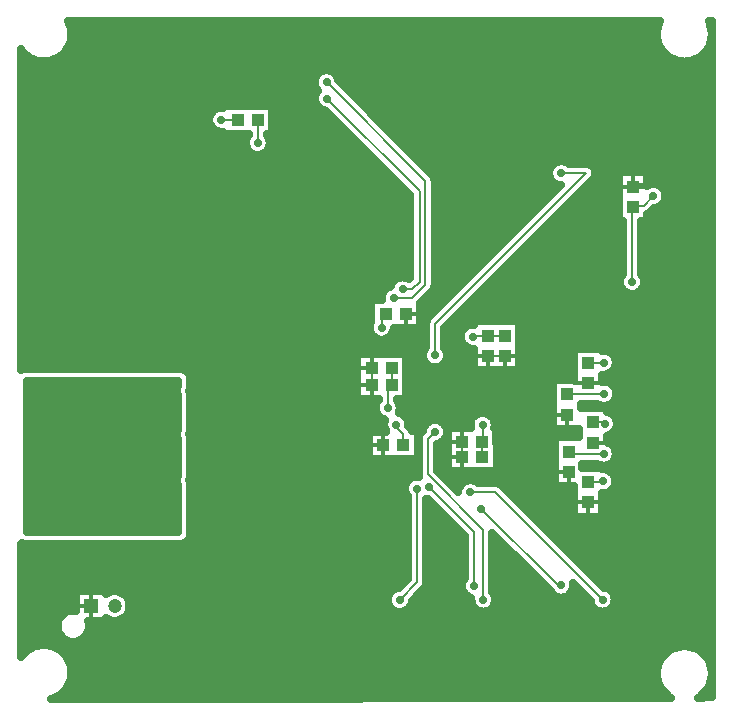
<source format=gbr>
G04 DipTrace 3.2.0.1*
G04 Bottom.gbr*
%MOIN*%
G04 #@! TF.FileFunction,Copper,L2,Bot*
G04 #@! TF.Part,Single*
G04 #@! TA.AperFunction,Conductor*
%ADD14C,0.007874*%
G04 #@! TA.AperFunction,ViaPad*
%ADD17C,0.027559*%
G04 #@! TA.AperFunction,CopperBalancing*
%ADD20C,0.025*%
%ADD21C,0.012992*%
%ADD24R,0.043307X0.03937*%
%ADD25R,0.03937X0.043307*%
G04 #@! TA.AperFunction,ComponentPad*
%ADD36R,0.047244X0.047244*%
%ADD37C,0.047244*%
G04 #@! TA.AperFunction,ViaPad*
%ADD49C,0.062992*%
%FSLAX26Y26*%
G04*
G70*
G90*
G75*
G01*
G04 Bottom*
%LPD*%
X1945921Y1644104D2*
D14*
X1949618Y1647801D1*
X1997301D1*
X1997344Y1647844D1*
X2053555D1*
X1676442Y1483272D2*
Y1539521D1*
Y1483272D2*
X1662416Y1469245D1*
Y1406500D1*
X1642731Y1674217D2*
Y1719096D1*
X1655789D1*
X1691471Y1350385D2*
X1685222D1*
X1714655Y1320951D1*
Y1281642D1*
X1978941Y1350385D2*
Y1294140D1*
X1977127D1*
X1977441Y1243780D2*
X1977127Y1244093D1*
Y1294140D1*
X1229458Y2365123D2*
Y2290146D1*
X1229409D1*
X1162529Y2365123D2*
X1161256Y2366396D1*
X1108306D1*
X1460478Y2437659D2*
X1768780Y2129357D1*
Y1826457D1*
X1743638Y1801315D1*
X1712196D1*
X1458642Y2492409D2*
Y2486160D1*
Y2492409D2*
X1788400Y2162651D1*
Y1815949D1*
X1745093Y1772642D1*
X1682101D1*
X1702850Y766579D2*
X1760906Y824634D1*
Y1137480D1*
X1800276Y1141417D2*
X1949882Y991811D1*
Y812677D1*
X1819961Y1326457D2*
X1796339Y1302835D1*
Y1184724D1*
X1981378Y999685D1*
Y767402D1*
X1973504Y1070551D2*
X2229409Y814646D1*
X2241220D1*
X1938071Y1125669D2*
X2020748D1*
X2379016Y767402D1*
X1609513Y1539521D2*
Y1483272D1*
X1647726Y1281642D2*
Y1337886D1*
X1910198Y1294140D2*
Y1350385D1*
X1997301Y1580871D2*
X1994942Y1578513D1*
X1948530D1*
X1997301Y1580871D2*
X1997344Y1580915D1*
X2053555D1*
X1910512Y1243780D2*
X1910198Y1244093D1*
Y1294140D1*
X2540433Y2211406D2*
Y2167475D1*
X2524685Y2151727D1*
X2481378D1*
Y2143853D1*
X2381450Y1161873D2*
X2378518Y1158941D1*
X2330353D1*
X2382786Y1253785D2*
X2380396Y1251395D1*
X2265377D1*
Y1259997D1*
X2386327Y1353062D2*
X2381341Y1358047D1*
X2346031D1*
X2383966Y1453378D2*
X2381997Y1451409D1*
X2259551D1*
X2382786Y1557234D2*
X2381904Y1556352D1*
X2331281D1*
X2481378Y2076924D2*
X2477441D1*
Y1826457D1*
X2548307Y2112980D2*
Y2112357D1*
X2516811Y2080861D1*
X2481378D1*
Y2076924D1*
X1820717Y1581711D2*
Y1685912D1*
X2323891Y2189087D1*
X2241156D1*
D17*
X1460478Y2437659D3*
X1682101Y1772642D3*
X1760906Y1137480D3*
X1800276Y1141417D3*
X1949882Y812677D3*
X1819961Y1326457D3*
X1981378Y767402D3*
X1973504Y1070551D3*
X2241220Y814646D3*
X1938071Y1125669D3*
X2379016Y767402D3*
X2477441Y1826457D3*
X2548307Y2112980D3*
X2241156Y2189087D3*
X1108306Y2366396D3*
X1229409Y2290146D3*
X1706538Y1652580D3*
X2386991Y1651437D3*
X1623110Y1436693D3*
X1458642Y2492409D3*
X2382786Y1557234D3*
X1647726Y1337886D3*
X1318370Y1699294D3*
X1945921Y1644104D3*
X1642731Y1674217D3*
X1978941Y1350385D3*
X1691471D3*
X1662416Y1406500D3*
X1820717Y1581711D3*
X1910198Y1350385D3*
X1948530Y1578513D3*
X1464891Y2604909D3*
X2540433Y2211406D3*
D49*
X497126Y1031181D3*
D17*
X2383966Y1453378D3*
X1434490Y1684903D3*
X1181640Y985314D3*
X1001063Y1464252D3*
X2497126Y2534240D3*
X2386327Y1353062D3*
X764843Y1672913D3*
D49*
X497126Y1235906D3*
Y1338268D3*
D17*
X2311433Y2335936D3*
D49*
X497126Y1436693D3*
Y1137480D3*
X926260Y1046929D3*
Y1251654D3*
Y1354016D3*
Y1452441D3*
Y1153228D3*
X819961Y1464252D3*
X705787D3*
X717598Y1046929D3*
D17*
X1001063Y1613858D3*
Y1318583D3*
Y1165039D3*
X1394140Y985314D3*
X2382786Y1253785D3*
X2381450Y1161873D3*
X1672941Y2378129D3*
X1195428Y2516720D3*
X798012Y2416031D3*
X579803Y1594173D3*
X1387245Y1700651D3*
X1702850Y766579D3*
X1712196Y1801315D3*
X1011564Y2456350D3*
X1749094Y1653228D3*
X1220152Y1938253D3*
X924833Y1941917D3*
X642705Y1943383D3*
X608772Y2670978D2*
D20*
X2559747D1*
X610459Y2646109D2*
X2558061D1*
X605220Y2621240D2*
X2563300D1*
X591512Y2596371D2*
X2577008D1*
X2726441D2*
X2741967D1*
X443561Y2571503D2*
X471754D1*
X561871D2*
X2606648D1*
X2696801D2*
X2741967D1*
X443561Y2546634D2*
X2741967D1*
X443561Y2521765D2*
X1428570D1*
X1488724D2*
X2741967D1*
X443561Y2496896D2*
X1416118D1*
X1501176D2*
X2741967D1*
X443561Y2472028D2*
X1421393D1*
X1524572D2*
X2741967D1*
X443561Y2447159D2*
X1418845D1*
X1549440D2*
X2741967D1*
X443561Y2422290D2*
X1420747D1*
X1574308D2*
X2741967D1*
X443561Y2397421D2*
X1080135D1*
X1280093D2*
X1455196D1*
X1599176D2*
X2741967D1*
X443561Y2372552D2*
X1065996D1*
X1280093D2*
X1480064D1*
X1624043D2*
X2741967D1*
X443561Y2347684D2*
X1070159D1*
X1280093D2*
X1504932D1*
X1648911D2*
X2741967D1*
X443561Y2322815D2*
X1111892D1*
X1280093D2*
X1529799D1*
X1673779D2*
X2741967D1*
X443561Y2297946D2*
X1187392D1*
X1271409D2*
X1554667D1*
X1698647D2*
X2741967D1*
X443561Y2273077D2*
X1190443D1*
X1268395D2*
X1579535D1*
X1723514D2*
X2741967D1*
X443561Y2248209D2*
X1604403D1*
X1748382D2*
X2741967D1*
X443561Y2223340D2*
X1629270D1*
X1773250D2*
X2217484D1*
X2264827D2*
X2741967D1*
X443561Y2198471D2*
X1654138D1*
X1798118D2*
X2199506D1*
X2355327D2*
X2741967D1*
X443561Y2173602D2*
X1679006D1*
X1819289D2*
X2201480D1*
X2352600D2*
X2432717D1*
X2530047D2*
X2741967D1*
X443561Y2148734D2*
X1703874D1*
X1821335D2*
X2238010D1*
X2329060D2*
X2432717D1*
X2569340D2*
X2741967D1*
X443561Y2123865D2*
X1728741D1*
X1821335D2*
X2213142D1*
X2304192D2*
X2432717D1*
X2589579D2*
X2741967D1*
X443561Y2098996D2*
X1735846D1*
X1821335D2*
X2188274D1*
X2279324D2*
X2432717D1*
X2588574D2*
X2741967D1*
X443561Y2074127D2*
X1735846D1*
X1821335D2*
X2163406D1*
X2254457D2*
X2432717D1*
X2561410D2*
X2741967D1*
X443561Y2049259D2*
X1735846D1*
X1821335D2*
X2138539D1*
X2229589D2*
X2432717D1*
X2530047D2*
X2741967D1*
X443561Y2024390D2*
X1735846D1*
X1821335D2*
X2113671D1*
X2204721D2*
X2444523D1*
X2510383D2*
X2741967D1*
X443561Y1999521D2*
X1735846D1*
X1821335D2*
X2088803D1*
X2179853D2*
X2444523D1*
X2510383D2*
X2741967D1*
X443561Y1974652D2*
X1735846D1*
X1821335D2*
X2063935D1*
X2154986D2*
X2444523D1*
X2510383D2*
X2741967D1*
X443561Y1949783D2*
X1735846D1*
X1821335D2*
X2039068D1*
X2130118D2*
X2444523D1*
X2510383D2*
X2741967D1*
X443561Y1924915D2*
X1735846D1*
X1821335D2*
X2014200D1*
X2105250D2*
X2444523D1*
X2510383D2*
X2741967D1*
X443561Y1900046D2*
X1735846D1*
X1821335D2*
X1989332D1*
X2080383D2*
X2444523D1*
X2510383D2*
X2741967D1*
X443561Y1875177D2*
X1735846D1*
X1821335D2*
X1964465D1*
X2055515D2*
X2444523D1*
X2510383D2*
X2741967D1*
X443561Y1850308D2*
X1735846D1*
X1821335D2*
X1939597D1*
X2030647D2*
X2442478D1*
X2512392D2*
X2741967D1*
X443561Y1825440D2*
X1677463D1*
X1821335D2*
X1914693D1*
X2005779D2*
X2434691D1*
X2520215D2*
X2741967D1*
X443561Y1800571D2*
X1650586D1*
X1817172D2*
X1889825D1*
X1980912D2*
X2444093D1*
X2510777D2*
X2741967D1*
X443561Y1775702D2*
X1639461D1*
X1793704D2*
X1864958D1*
X1956044D2*
X2741967D1*
X443561Y1750833D2*
X1605156D1*
X1773357D2*
X1840090D1*
X1931176D2*
X2741967D1*
X443561Y1725965D2*
X1605156D1*
X1773357D2*
X1815222D1*
X1906308D2*
X2741967D1*
X443561Y1701096D2*
X1605156D1*
X1773357D2*
X1791862D1*
X1881441D2*
X2741967D1*
X443561Y1676227D2*
X1600025D1*
X1773357D2*
X1787771D1*
X1856573D2*
X1919143D1*
X2102236D2*
X2741967D1*
X443561Y1651358D2*
X1607058D1*
X1678372D2*
X1787771D1*
X1853630D2*
X1903820D1*
X2102236D2*
X2741967D1*
X443561Y1626490D2*
X1787771D1*
X1853630D2*
X1907193D1*
X2102236D2*
X2741967D1*
X443561Y1601621D2*
X1783213D1*
X1858224D2*
X1948640D1*
X2102236D2*
X2282614D1*
X2379944D2*
X2741967D1*
X443561Y1576752D2*
X1558866D1*
X1727103D2*
X1778261D1*
X1863176D2*
X1948640D1*
X2102236D2*
X2282614D1*
X2420529D2*
X2741967D1*
X443561Y1551883D2*
X1558866D1*
X1727103D2*
X1791144D1*
X1850257D2*
X1948640D1*
X2102236D2*
X2282614D1*
X2425194D2*
X2741967D1*
X997649Y1527014D2*
X1558866D1*
X1727103D2*
X2282614D1*
X2411917D2*
X2741967D1*
X1005256Y1502146D2*
X1558866D1*
X1727103D2*
X2282614D1*
X2379944D2*
X2741967D1*
X1005256Y1477277D2*
X1558866D1*
X1727103D2*
X2210881D1*
X2418878D2*
X2741967D1*
X1005256Y1452408D2*
X1558866D1*
X1727103D2*
X2210881D1*
X2426737D2*
X2741967D1*
X1005256Y1427539D2*
X1625574D1*
X1699257D2*
X2210881D1*
X2417371D2*
X2741967D1*
X1005256Y1402671D2*
X1619833D1*
X1704998D2*
X2210881D1*
X2394692D2*
X2741967D1*
X1005256Y1377802D2*
X1631675D1*
X1723478D2*
X1946953D1*
X2010947D2*
X2210881D1*
X2420600D2*
X2741967D1*
X1005256Y1352933D2*
X1648791D1*
X1734172D2*
X1787125D1*
X1852805D2*
X1936260D1*
X2021640D2*
X2210881D1*
X2429105D2*
X2741967D1*
X1005256Y1328064D2*
X1655466D1*
X1746731D2*
X1776037D1*
X2027776D2*
X2297362D1*
X2420385D2*
X2741967D1*
X1005256Y1303196D2*
X1597082D1*
X2027776D2*
X2216694D1*
X2394692D2*
X2741967D1*
X1005256Y1278327D2*
X1597082D1*
X1829265D2*
X1859539D1*
X2028099D2*
X2216694D1*
X2417227D2*
X2741967D1*
X1005256Y1253458D2*
X1597082D1*
X1829265D2*
X1859539D1*
X2028099D2*
X2216694D1*
X2425553D2*
X2741967D1*
X1005256Y1228589D2*
X1763405D1*
X1829265D2*
X1859862D1*
X2028099D2*
X2216694D1*
X2416689D2*
X2741967D1*
X1005256Y1203720D2*
X1763405D1*
X1829265D2*
X1859862D1*
X2028099D2*
X2216694D1*
X2379047D2*
X2741967D1*
X1005256Y1178852D2*
X1763980D1*
X1847745D2*
X2216694D1*
X2420457D2*
X2741967D1*
X1005256Y1153983D2*
X1721672D1*
X1872613D2*
X1906942D1*
X2034379D2*
X2216694D1*
X2423435D2*
X2741967D1*
X1005256Y1129114D2*
X1719017D1*
X2062835D2*
X2281681D1*
X2407359D2*
X2741967D1*
X1005256Y1104245D2*
X1727988D1*
X2087703D2*
X2281681D1*
X2379047D2*
X2741967D1*
X1005256Y1079377D2*
X1727988D1*
X1793847D2*
X1816765D1*
X2112571D2*
X2281681D1*
X2379047D2*
X2741967D1*
X1005256Y1054508D2*
X1727988D1*
X1793847D2*
X1841669D1*
X2137438D2*
X2281681D1*
X2379047D2*
X2741967D1*
X1005256Y1029639D2*
X1727988D1*
X1793847D2*
X1866537D1*
X2162306D2*
X2741967D1*
X1005256Y1004770D2*
X1727988D1*
X1793847D2*
X1891404D1*
X2187174D2*
X2741967D1*
X1005221Y979902D2*
X1727988D1*
X1793847D2*
X1916272D1*
X2212042D2*
X2741967D1*
X984623Y955033D2*
X1727988D1*
X1793847D2*
X1916954D1*
X2014320D2*
X2043481D1*
X2236909D2*
X2741967D1*
X443561Y930164D2*
X1727988D1*
X1793847D2*
X1916954D1*
X2014320D2*
X2068349D1*
X2261777D2*
X2741967D1*
X443561Y905295D2*
X1727988D1*
X1793847D2*
X1916954D1*
X2014320D2*
X2093217D1*
X2286645D2*
X2741967D1*
X443561Y880427D2*
X1727988D1*
X1793847D2*
X1916954D1*
X2014320D2*
X2118085D1*
X2311513D2*
X2741967D1*
X443561Y855558D2*
X1727988D1*
X1793847D2*
X1916954D1*
X2014320D2*
X2142952D1*
X2336380D2*
X2741967D1*
X443561Y830689D2*
X1721421D1*
X1793847D2*
X1911356D1*
X2014320D2*
X2167820D1*
X2361248D2*
X2741967D1*
X443561Y805820D2*
X1691314D1*
X1787316D2*
X1907696D1*
X2014320D2*
X2192688D1*
X2393580D2*
X2741967D1*
X443561Y780951D2*
X620781D1*
X790490D2*
X1662714D1*
X1762772D2*
X1922588D1*
X2021820D2*
X2216659D1*
X2265760D2*
X2319933D1*
X2419452D2*
X2741967D1*
X443561Y756083D2*
X620781D1*
X803695D2*
X1661458D1*
X1744219D2*
X1940243D1*
X2022537D2*
X2337875D1*
X2420170D2*
X2741967D1*
X443561Y731214D2*
X620781D1*
X802547D2*
X1681087D1*
X1724627D2*
X1961199D1*
X2001545D2*
X2358832D1*
X2399178D2*
X2741967D1*
X443561Y706345D2*
X567601D1*
X785358D2*
X2741967D1*
X443561Y681476D2*
X559886D1*
X668770D2*
X2741967D1*
X443561Y656608D2*
X564909D1*
X663783D2*
X2741967D1*
X443561Y631739D2*
X590136D1*
X638520D2*
X2741967D1*
X443561Y606870D2*
X474410D1*
X559216D2*
X2618705D1*
X2684708D2*
X2741967D1*
X590471Y582001D2*
X2581421D1*
X2722028D2*
X2741967D1*
X604717Y557133D2*
X2565417D1*
X610351Y532264D2*
X2558563D1*
X609023Y507395D2*
X2558814D1*
X600375Y482526D2*
X2566206D1*
X581428Y457657D2*
X2583108D1*
X2720305D2*
X2741967D1*
X1563205Y1585698D2*
X1724588D1*
Y1437094D1*
X1692830D1*
X1693039Y1432654D1*
X1696753Y1427542D1*
X1699622Y1421911D1*
X1701575Y1415901D1*
X1702564Y1409660D1*
Y1403340D1*
X1701575Y1397099D1*
X1699622Y1391089D1*
X1699090Y1389933D1*
X1703916Y1388685D1*
X1709754Y1386267D1*
X1715142Y1382965D1*
X1719947Y1378861D1*
X1724052Y1374056D1*
X1727353Y1368667D1*
X1729772Y1362829D1*
X1731247Y1356684D1*
X1731743Y1350385D1*
X1731597Y1347041D1*
X1737793Y1340714D1*
X1740600Y1336851D1*
X1742768Y1332596D1*
X1744245Y1328046D1*
X1762801Y1327819D1*
Y1235464D1*
X1599580D1*
Y1327819D1*
X1658122D1*
X1655589Y1332102D1*
X1653171Y1337940D1*
X1651695Y1344085D1*
X1651199Y1350385D1*
X1651695Y1356684D1*
X1653171Y1362829D1*
X1654798Y1366951D1*
X1649971Y1368199D1*
X1644133Y1370618D1*
X1638745Y1373920D1*
X1633940Y1378024D1*
X1629836Y1382829D1*
X1626534Y1388217D1*
X1624115Y1394055D1*
X1622640Y1400200D1*
X1622144Y1406500D1*
X1622640Y1412800D1*
X1624115Y1418945D1*
X1626534Y1424783D1*
X1629836Y1430171D1*
X1631986Y1432863D1*
X1631987Y1437109D1*
X1561368Y1437094D1*
X1561367Y1585698D1*
X1563205D1*
X1770864Y1755376D2*
Y1672919D1*
X1683014D1*
X1682507Y1667917D1*
X1681032Y1661772D1*
X1678613Y1655934D1*
X1675311Y1650545D1*
X1671207Y1645740D1*
X1666402Y1641636D1*
X1661014Y1638334D1*
X1655176Y1635916D1*
X1649031Y1634441D1*
X1642731Y1633945D1*
X1636431Y1634441D1*
X1630286Y1635916D1*
X1624448Y1638334D1*
X1619060Y1641636D1*
X1614255Y1645740D1*
X1610151Y1650545D1*
X1606849Y1655934D1*
X1604430Y1661772D1*
X1602955Y1667917D1*
X1602459Y1674217D1*
X1602955Y1680516D1*
X1604430Y1686661D1*
X1606849Y1692499D1*
X1607639Y1693911D1*
X1607643Y1765273D1*
X1642487D1*
X1641829Y1772642D1*
X1642325Y1778942D1*
X1643800Y1785086D1*
X1646219Y1790925D1*
X1649521Y1796313D1*
X1653625Y1801118D1*
X1658430Y1805222D1*
X1663818Y1808524D1*
X1669656Y1810942D1*
X1673342Y1811928D1*
X1674989Y1816726D1*
X1677858Y1822357D1*
X1681573Y1827469D1*
X1686041Y1831938D1*
X1691154Y1835652D1*
X1696784Y1838521D1*
X1702794Y1840474D1*
X1709036Y1841462D1*
X1715355D1*
X1721597Y1840474D1*
X1727607Y1838521D1*
X1733237Y1835652D1*
X1734254Y1834973D1*
X1738335Y1839046D1*
X1738350Y2116724D1*
X1457619Y2397484D1*
X1451076Y2398500D1*
X1445066Y2400453D1*
X1439436Y2403322D1*
X1434323Y2407036D1*
X1429855Y2411504D1*
X1426140Y2416617D1*
X1423272Y2422247D1*
X1421319Y2428258D1*
X1420330Y2434499D1*
Y2440818D1*
X1421319Y2447060D1*
X1423272Y2453070D1*
X1426140Y2458701D1*
X1430064Y2464040D1*
X1426061Y2468738D1*
X1422759Y2474127D1*
X1420341Y2479965D1*
X1418866Y2486110D1*
X1418370Y2492409D1*
X1418866Y2498709D1*
X1420341Y2504854D1*
X1422759Y2510692D1*
X1426061Y2516081D1*
X1430165Y2520886D1*
X1434971Y2524990D1*
X1440359Y2528292D1*
X1446197Y2530710D1*
X1452342Y2532185D1*
X1458642Y2532681D1*
X1464942Y2532185D1*
X1471086Y2530710D1*
X1476925Y2528292D1*
X1482313Y2524990D1*
X1487118Y2520886D1*
X1491222Y2516081D1*
X1494524Y2510692D1*
X1496942Y2504854D1*
X1498418Y2498709D1*
X1498800Y2495285D1*
X1811539Y2182413D1*
X1814345Y2178550D1*
X1816513Y2174296D1*
X1817989Y2169754D1*
X1818736Y2165038D1*
X1818830Y2089160D1*
X1818736Y1813561D1*
X1817989Y1808845D1*
X1816513Y1804304D1*
X1814345Y1800050D1*
X1811539Y1796187D1*
X1770858Y1755373D1*
X1863890Y1340317D2*
X1939943D1*
X1938793Y1347225D1*
Y1353544D1*
X1939782Y1359786D1*
X1941735Y1365796D1*
X1944604Y1371426D1*
X1948318Y1376539D1*
X1952787Y1381007D1*
X1957899Y1384722D1*
X1963530Y1387591D1*
X1969540Y1389543D1*
X1975781Y1390532D1*
X1982101D1*
X1988342Y1389543D1*
X1994352Y1387591D1*
X1999983Y1384722D1*
X2005095Y1381007D1*
X2009564Y1376539D1*
X2013278Y1371426D1*
X2016147Y1365796D1*
X2018100Y1359786D1*
X2019088Y1353544D1*
Y1347225D1*
X2017909Y1340306D1*
X2025273Y1340317D1*
Y1289972D1*
X2025587Y1289956D1*
Y1197602D1*
X1862366D1*
Y1247962D1*
X1862053Y1247963D1*
Y1340317D1*
X1863890D1*
X2099732Y1599700D2*
Y1532769D1*
X1951124Y1532726D1*
Y1604171D1*
X1945921Y1603832D1*
X1939621Y1604328D1*
X1933477Y1605803D1*
X1927638Y1608221D1*
X1922250Y1611523D1*
X1917445Y1615627D1*
X1913341Y1620433D1*
X1910039Y1625821D1*
X1907621Y1631659D1*
X1906145Y1637804D1*
X1905650Y1644104D1*
X1906145Y1650404D1*
X1907621Y1656548D1*
X1910039Y1662387D1*
X1913341Y1667775D1*
X1917445Y1672580D1*
X1922250Y1676684D1*
X1927638Y1679986D1*
X1933477Y1682404D1*
X1939621Y1683880D1*
X1945921Y1684375D1*
X1951129Y1684009D1*
X1951124Y1695946D1*
X2099732Y1695989D1*
X2099697Y1599698D1*
X625112Y796044D2*
X723503D1*
Y787066D1*
X729377Y790583D1*
X736642Y793592D1*
X744289Y795428D1*
X752129Y796045D1*
X759968Y795428D1*
X767615Y793592D1*
X774880Y790583D1*
X781585Y786474D1*
X787565Y781367D1*
X792672Y775387D1*
X796781Y768682D1*
X799790Y761417D1*
X801626Y753770D1*
X802243Y745930D1*
X801626Y738091D1*
X799790Y730444D1*
X796781Y723179D1*
X792672Y716474D1*
X787565Y710494D1*
X781585Y705387D1*
X774880Y701278D1*
X767615Y698269D1*
X759968Y696433D1*
X752129Y695816D1*
X744289Y696433D1*
X736642Y698269D1*
X729377Y701278D1*
X723503Y704832D1*
Y695816D1*
X663540D1*
X665694Y687136D1*
X666335Y679001D1*
X665694Y670867D1*
X663790Y662932D1*
X660667Y655393D1*
X656403Y648436D1*
X651104Y642231D1*
X644899Y636931D1*
X637941Y632668D1*
X630403Y629545D1*
X622468Y627640D1*
X614333Y627000D1*
X606199Y627640D1*
X598264Y629545D1*
X590725Y632668D1*
X583768Y636931D1*
X577563Y642231D1*
X572263Y648436D1*
X568000Y655393D1*
X564877Y662932D1*
X562972Y670867D1*
X562332Y679001D1*
X562972Y687136D1*
X564877Y695071D1*
X568000Y702609D1*
X572263Y709567D1*
X577563Y715772D1*
X583768Y721071D1*
X590725Y725335D1*
X598264Y728457D1*
X606199Y730362D1*
X614333Y731003D1*
X622468Y730362D1*
X623266Y730204D1*
X623275Y796044D1*
X625112D1*
X2376530Y1110797D2*
Y1043866D1*
X2284176D1*
X2283995Y1144922D1*
X2219200D1*
X2219199Y1308143D1*
X2299831D1*
X2299854Y1336336D1*
X2213374Y1336335D1*
Y1499555D1*
X2285107D1*
X2285104Y1604497D1*
X2377458D1*
Y1597141D1*
X2382786Y1597505D1*
X2389086Y1597009D1*
X2395231Y1595534D1*
X2401069Y1593116D1*
X2406457Y1589814D1*
X2411262Y1585710D1*
X2415367Y1580905D1*
X2418668Y1575517D1*
X2421087Y1569678D1*
X2422562Y1563533D1*
X2423058Y1557234D1*
X2422562Y1550934D1*
X2421087Y1544789D1*
X2418668Y1538951D1*
X2415367Y1533563D1*
X2411262Y1528757D1*
X2406457Y1524653D1*
X2401069Y1521351D1*
X2395231Y1518933D1*
X2389086Y1517458D1*
X2382786Y1516962D1*
X2377455Y1517343D1*
X2377458Y1493122D1*
X2383966Y1493650D1*
X2390266Y1493154D1*
X2396411Y1491679D1*
X2402249Y1489260D1*
X2407637Y1485958D1*
X2412442Y1481854D1*
X2416546Y1477049D1*
X2419848Y1471661D1*
X2422266Y1465823D1*
X2423742Y1459678D1*
X2424238Y1453378D1*
X2423742Y1447078D1*
X2422266Y1440933D1*
X2419848Y1435095D1*
X2416546Y1429707D1*
X2412442Y1424902D1*
X2407637Y1420798D1*
X2402249Y1417496D1*
X2396411Y1415077D1*
X2390266Y1413602D1*
X2383966Y1413106D1*
X2377666Y1413602D1*
X2371521Y1415077D1*
X2365683Y1417496D1*
X2360072Y1420973D1*
X2305743Y1420980D1*
X2305728Y1406187D1*
X2392209Y1406193D1*
Y1392880D1*
X2398771Y1391362D1*
X2404610Y1388944D1*
X2409998Y1385642D1*
X2414803Y1381538D1*
X2418907Y1376733D1*
X2422209Y1371345D1*
X2424627Y1365506D1*
X2426103Y1359362D1*
X2426598Y1353062D1*
X2426103Y1346762D1*
X2424627Y1340617D1*
X2422209Y1334779D1*
X2418907Y1329391D1*
X2414803Y1324585D1*
X2409998Y1320481D1*
X2404610Y1317179D1*
X2398771Y1314761D1*
X2392197Y1313235D1*
X2392209Y1292937D1*
X2398197Y1290991D1*
X2403828Y1288122D1*
X2408940Y1284408D1*
X2413409Y1279939D1*
X2417123Y1274827D1*
X2419992Y1269196D1*
X2421945Y1263186D1*
X2422934Y1256944D1*
Y1250625D1*
X2421945Y1244384D1*
X2419992Y1238373D1*
X2417123Y1232743D1*
X2413409Y1227630D1*
X2408940Y1223162D1*
X2403828Y1219448D1*
X2398197Y1216579D1*
X2392187Y1214626D1*
X2385946Y1213637D1*
X2379626D1*
X2373385Y1214626D1*
X2367375Y1216579D1*
X2361744Y1219448D1*
X2359474Y1220964D1*
X2311535Y1220966D1*
X2311735Y1207086D1*
X2376530D1*
Y1201811D1*
X2381450Y1202144D1*
X2387750Y1201649D1*
X2393895Y1200173D1*
X2399733Y1197755D1*
X2405121Y1194453D1*
X2409926Y1190349D1*
X2414031Y1185544D1*
X2417332Y1180156D1*
X2419751Y1174317D1*
X2421226Y1168173D1*
X2421722Y1161873D1*
X2421226Y1155573D1*
X2419751Y1149428D1*
X2417332Y1143590D1*
X2414031Y1138202D1*
X2409926Y1133396D1*
X2405121Y1129292D1*
X2399733Y1125990D1*
X2393895Y1123572D1*
X2387750Y1122097D1*
X2381450Y1121601D1*
X2376536Y1121933D1*
X2376495Y1110795D1*
X1190499Y2411300D2*
X1277604D1*
Y2318946D1*
X1259913D1*
X1260032Y2316300D1*
X1263747Y2311188D1*
X1266616Y2305557D1*
X1268568Y2299547D1*
X1269557Y2293305D1*
Y2286986D1*
X1268568Y2280744D1*
X1266616Y2274734D1*
X1263747Y2269104D1*
X1260032Y2263991D1*
X1255564Y2259523D1*
X1250451Y2255808D1*
X1244821Y2252940D1*
X1238811Y2250987D1*
X1232569Y2249998D1*
X1226250D1*
X1220008Y2250987D1*
X1213998Y2252940D1*
X1208368Y2255808D1*
X1203255Y2259523D1*
X1198787Y2263991D1*
X1195072Y2269104D1*
X1192203Y2274734D1*
X1190251Y2280744D1*
X1189262Y2286986D1*
Y2293305D1*
X1190251Y2299547D1*
X1192203Y2305557D1*
X1195072Y2311188D1*
X1199030Y2316563D1*
X1199029Y2318961D1*
X1114383Y2318946D1*
Y2326589D1*
X1108306Y2326125D1*
X1102006Y2326620D1*
X1095861Y2328096D1*
X1090023Y2330514D1*
X1084635Y2333816D1*
X1079829Y2337920D1*
X1075725Y2342725D1*
X1072423Y2348113D1*
X1070005Y2353952D1*
X1068530Y2360096D1*
X1068034Y2366396D1*
X1068530Y2372696D1*
X1070005Y2378841D1*
X1072423Y2384679D1*
X1075725Y2390067D1*
X1079829Y2394873D1*
X1084635Y2398977D1*
X1090023Y2402279D1*
X1095861Y2404697D1*
X1102006Y2406172D1*
X1108306Y2406668D1*
X1114373Y2406200D1*
X1114383Y2411300D1*
X1190499D1*
X2437038Y2191999D2*
X2527555D1*
Y2147495D1*
X2532896Y2150186D1*
X2538906Y2152139D1*
X2545147Y2153128D1*
X2551467D1*
X2557708Y2152139D1*
X2563718Y2150186D1*
X2569349Y2147318D1*
X2574461Y2143603D1*
X2578930Y2139135D1*
X2582644Y2134022D1*
X2585513Y2128392D1*
X2587466Y2122382D1*
X2588455Y2116140D1*
Y2109821D1*
X2587466Y2103579D1*
X2585513Y2097569D1*
X2582644Y2091938D1*
X2578930Y2086826D1*
X2574461Y2082358D1*
X2569349Y2078643D1*
X2563718Y2075774D1*
X2557708Y2073821D1*
X2551872Y2072881D1*
X2536573Y2057722D1*
X2532710Y2054916D1*
X2528447Y2052745D1*
X2527555Y2051579D1*
Y2028778D1*
X2507855D1*
X2507870Y1852827D1*
X2511778Y1847499D1*
X2514647Y1841868D1*
X2516600Y1835858D1*
X2517588Y1829616D1*
Y1823297D1*
X2516600Y1817055D1*
X2514647Y1811045D1*
X2511778Y1805415D1*
X2508064Y1800302D1*
X2503595Y1795834D1*
X2498483Y1792119D1*
X2492852Y1789251D1*
X2486842Y1787298D1*
X2480601Y1786309D1*
X2474281D1*
X2468040Y1787298D1*
X2462030Y1789251D1*
X2456399Y1792119D1*
X2451287Y1795834D1*
X2446818Y1800302D1*
X2443104Y1805415D1*
X2440235Y1811045D1*
X2438282Y1817055D1*
X2437293Y1823297D1*
Y1829616D1*
X2438282Y1835858D1*
X2440235Y1841868D1*
X2443104Y1847499D1*
X2447011Y1852820D1*
X2447012Y2028808D1*
X2435201Y2028778D1*
Y2191999D1*
X2437038D1*
X607901Y2645181D2*
X607057Y2638057D1*
X605658Y2631020D1*
X603710Y2624115D1*
X601227Y2617384D1*
X598224Y2610869D1*
X594718Y2604609D1*
X590732Y2598644D1*
X586290Y2593009D1*
X581420Y2587741D1*
X576152Y2582871D1*
X570518Y2578429D1*
X564552Y2574443D1*
X558293Y2570938D1*
X551777Y2567934D1*
X545046Y2565451D1*
X538141Y2563504D1*
X531105Y2562104D1*
X523980Y2561261D1*
X516811Y2560979D1*
X509642Y2561261D1*
X502517Y2562104D1*
X495481Y2563504D1*
X488576Y2565451D1*
X481845Y2567934D1*
X475329Y2570938D1*
X469070Y2574443D1*
X463104Y2578429D1*
X457470Y2582871D1*
X452202Y2587741D1*
X447332Y2593009D1*
X441037Y2601417D1*
X441043Y1533821D1*
X446620Y1534837D1*
X558934Y1534919D1*
X978336Y1534837D1*
X982442Y1534187D1*
X986395Y1532902D1*
X990099Y1531015D1*
X993463Y1528571D1*
X996402Y1525632D1*
X998846Y1522269D1*
X1000733Y1518565D1*
X1002017Y1514611D1*
X1002668Y1510505D1*
X1002749Y1398190D1*
X1002668Y978789D1*
X1002017Y974683D1*
X1000733Y970729D1*
X998846Y967025D1*
X996402Y963662D1*
X993463Y960723D1*
X990099Y958279D1*
X986395Y956392D1*
X982442Y955107D1*
X978336Y954457D1*
X866021Y954375D1*
X446620Y954457D1*
X442506Y955109D1*
X441043Y953753D1*
Y575713D1*
X447332Y584021D1*
X452202Y589289D1*
X457470Y594159D1*
X463104Y598601D1*
X469070Y602587D1*
X475329Y606092D1*
X481845Y609096D1*
X488576Y611579D1*
X495481Y613527D1*
X502517Y614926D1*
X509642Y615770D1*
X516811Y616051D1*
X523980Y615770D1*
X531105Y614926D1*
X538141Y613527D1*
X545046Y611579D1*
X551777Y609096D1*
X558293Y606092D1*
X564552Y602587D1*
X570518Y598601D1*
X576152Y594159D1*
X581420Y589289D1*
X586290Y584021D1*
X590732Y578387D1*
X594718Y572421D1*
X598224Y566162D1*
X601227Y559646D1*
X603710Y552915D1*
X605658Y546010D1*
X607057Y538973D1*
X607901Y531849D1*
X608182Y524680D1*
X607901Y517511D1*
X607057Y510386D1*
X605658Y503350D1*
X603710Y496444D1*
X601227Y489713D1*
X598224Y483198D1*
X594718Y476938D1*
X590732Y470973D1*
X586290Y465339D1*
X581420Y460070D1*
X576152Y455200D1*
X570518Y450759D1*
X564552Y446773D1*
X558293Y443267D1*
X551777Y440264D1*
X545046Y437780D1*
X538749Y435881D1*
X2607214Y440952D1*
X2598010Y446822D1*
X2592376Y451263D1*
X2587107Y456133D1*
X2582237Y461402D1*
X2577796Y467036D1*
X2573810Y473001D1*
X2570304Y479261D1*
X2567300Y485776D1*
X2564817Y492507D1*
X2562870Y499413D1*
X2561470Y506449D1*
X2560627Y513574D1*
X2560345Y520743D1*
X2560627Y527912D1*
X2561470Y535036D1*
X2562870Y542073D1*
X2564817Y548978D1*
X2567300Y555709D1*
X2570304Y562225D1*
X2573810Y568484D1*
X2577796Y574450D1*
X2582237Y580084D1*
X2587107Y585352D1*
X2592376Y590222D1*
X2598010Y594664D1*
X2603975Y598650D1*
X2610235Y602155D1*
X2616750Y605159D1*
X2623481Y607642D1*
X2630386Y609590D1*
X2637423Y610989D1*
X2644548Y611833D1*
X2651717Y612114D1*
X2658885Y611833D1*
X2666010Y610989D1*
X2673047Y609590D1*
X2679952Y607642D1*
X2686683Y605159D1*
X2693198Y602155D1*
X2699458Y598650D1*
X2705423Y594664D1*
X2711058Y590222D1*
X2716326Y585352D1*
X2721196Y580084D1*
X2725638Y574450D1*
X2729623Y568484D1*
X2733129Y562225D1*
X2736133Y555709D1*
X2738616Y548978D1*
X2740563Y542073D1*
X2741963Y535036D1*
X2742806Y527912D1*
X2743088Y520743D1*
X2742806Y513574D1*
X2741963Y506449D1*
X2740563Y499413D1*
X2738616Y492507D1*
X2736133Y485776D1*
X2733129Y479261D1*
X2729623Y473001D1*
X2725638Y467036D1*
X2721196Y461402D1*
X2716326Y456133D1*
X2711058Y451263D1*
X2705423Y446822D1*
X2696499Y441179D1*
X2744435Y441288D1*
X2744468Y2695874D1*
X2732101Y2695846D1*
X2736133Y2687317D1*
X2738616Y2680586D1*
X2740563Y2673681D1*
X2741963Y2666644D1*
X2742806Y2659519D1*
X2743088Y2652350D1*
X2742806Y2645181D1*
X2741963Y2638057D1*
X2740563Y2631020D1*
X2738616Y2624115D1*
X2736133Y2617384D1*
X2733129Y2610869D1*
X2729623Y2604609D1*
X2725638Y2598644D1*
X2721196Y2593009D1*
X2716326Y2587741D1*
X2711058Y2582871D1*
X2705423Y2578429D1*
X2699458Y2574443D1*
X2693198Y2570938D1*
X2686683Y2567934D1*
X2679952Y2565451D1*
X2673047Y2563504D1*
X2666010Y2562104D1*
X2658885Y2561261D1*
X2651717Y2560979D1*
X2644548Y2561261D1*
X2637423Y2562104D1*
X2630386Y2563504D1*
X2623481Y2565451D1*
X2616750Y2567934D1*
X2610235Y2570938D1*
X2603975Y2574443D1*
X2598010Y2578429D1*
X2592376Y2582871D1*
X2587107Y2587741D1*
X2582237Y2593009D1*
X2577796Y2598644D1*
X2573810Y2604609D1*
X2570304Y2610869D1*
X2567300Y2617384D1*
X2564817Y2624115D1*
X2562870Y2631020D1*
X2561470Y2638057D1*
X2560627Y2645181D1*
X2560345Y2652350D1*
X2560627Y2659519D1*
X2561470Y2666644D1*
X2562870Y2673681D1*
X2564817Y2680586D1*
X2567300Y2687317D1*
X2571441Y2695862D1*
X597135Y2695846D1*
X601227Y2687317D1*
X603710Y2680586D1*
X605658Y2673681D1*
X607057Y2666644D1*
X607901Y2659519D1*
X608182Y2652350D1*
X607901Y2645181D1*
X1860864Y1578552D2*
X1859875Y1572310D1*
X1857923Y1566300D1*
X1855054Y1560669D1*
X1851339Y1555557D1*
X1846871Y1551088D1*
X1841758Y1547374D1*
X1836128Y1544505D1*
X1830118Y1542552D1*
X1823876Y1541564D1*
X1817557D1*
X1811315Y1542552D1*
X1805305Y1544505D1*
X1799675Y1547374D1*
X1794562Y1551088D1*
X1790094Y1555557D1*
X1786379Y1560669D1*
X1783510Y1566300D1*
X1781558Y1572310D1*
X1780569Y1578552D1*
Y1584871D1*
X1781558Y1591113D1*
X1783510Y1597123D1*
X1786379Y1602753D1*
X1790287Y1608074D1*
X1790381Y1688300D1*
X1791128Y1693016D1*
X1792604Y1697557D1*
X1794771Y1701811D1*
X1797578Y1705674D1*
X1851166Y1759395D1*
X2240580Y2148809D1*
X2234856Y2149311D1*
X2228712Y2150786D1*
X2222873Y2153204D1*
X2217485Y2156506D1*
X2212680Y2160610D1*
X2208576Y2165416D1*
X2205274Y2170804D1*
X2202856Y2176642D1*
X2201380Y2182787D1*
X2200885Y2189087D1*
X2201380Y2195386D1*
X2202856Y2201531D1*
X2205274Y2207370D1*
X2208576Y2212758D1*
X2212680Y2217563D1*
X2217485Y2221667D1*
X2222873Y2224969D1*
X2228712Y2227387D1*
X2234856Y2228862D1*
X2241156Y2229358D1*
X2247456Y2228862D1*
X2253601Y2227387D1*
X2259439Y2224969D1*
X2264827Y2221667D1*
X2267519Y2219517D1*
X2326279Y2219422D1*
X2330995Y2218675D1*
X2335536Y2217200D1*
X2339790Y2215032D1*
X2343653Y2212225D1*
X2347030Y2208849D1*
X2349836Y2204986D1*
X2352004Y2200731D1*
X2353480Y2196190D1*
X2354226Y2191474D1*
Y2186699D1*
X2353480Y2181983D1*
X2352004Y2177442D1*
X2349836Y2173187D1*
X2347030Y2169324D1*
X2293442Y2115604D1*
X1851149Y1673311D1*
X1851339Y1607866D1*
X1855054Y1602753D1*
X1857923Y1597123D1*
X1859875Y1591113D1*
X1860864Y1584871D1*
Y1578552D1*
X1743009Y763703D2*
X1742009Y757178D1*
X1740057Y751167D1*
X1737188Y745537D1*
X1733473Y740424D1*
X1729005Y735956D1*
X1723892Y732242D1*
X1718262Y729373D1*
X1712252Y727420D1*
X1706010Y726431D1*
X1699691D1*
X1693449Y727420D1*
X1687439Y729373D1*
X1681809Y732242D1*
X1676696Y735956D1*
X1672228Y740424D1*
X1668513Y745537D1*
X1665644Y751167D1*
X1663691Y757178D1*
X1662703Y763419D1*
Y769738D1*
X1663691Y775980D1*
X1665644Y781990D1*
X1668513Y787621D1*
X1672228Y792733D1*
X1676696Y797202D1*
X1681809Y800916D1*
X1687439Y803785D1*
X1693449Y805738D1*
X1699975Y806737D1*
X1730483Y837245D1*
X1730283Y1111326D1*
X1726568Y1116438D1*
X1723699Y1122069D1*
X1721747Y1128079D1*
X1720758Y1134321D1*
Y1140640D1*
X1721747Y1146882D1*
X1723699Y1152892D1*
X1726568Y1158522D1*
X1730283Y1163635D1*
X1734751Y1168103D1*
X1739864Y1171818D1*
X1745494Y1174686D1*
X1751504Y1176639D1*
X1757746Y1177628D1*
X1764065D1*
X1766825Y1177301D1*
X1766003Y1182337D1*
X1765909Y1258215D1*
X1766003Y1305222D1*
X1766750Y1309938D1*
X1768226Y1314479D1*
X1770393Y1318734D1*
X1773200Y1322597D1*
X1779813Y1329616D1*
X1780802Y1335858D1*
X1782754Y1341868D1*
X1785623Y1347499D1*
X1789338Y1352611D1*
X1793806Y1357079D1*
X1798919Y1360794D1*
X1804549Y1363663D1*
X1810559Y1365616D1*
X1816801Y1366604D1*
X1823120D1*
X1829362Y1365616D1*
X1835372Y1363663D1*
X1841003Y1360794D1*
X1846115Y1357079D1*
X1850583Y1352611D1*
X1854298Y1347499D1*
X1857167Y1341868D1*
X1859120Y1335858D1*
X1860108Y1329616D1*
Y1323297D1*
X1859120Y1317055D1*
X1857167Y1311045D1*
X1854298Y1305415D1*
X1850583Y1300302D1*
X1846115Y1295834D1*
X1841003Y1292119D1*
X1835372Y1289251D1*
X1829362Y1287298D1*
X1826757Y1286780D1*
X1826768Y1197299D1*
X1897809Y1126288D1*
X1898295Y1131969D1*
X1899770Y1138114D1*
X1902189Y1143952D1*
X1905490Y1149340D1*
X1909595Y1154146D1*
X1914400Y1158250D1*
X1919788Y1161552D1*
X1925626Y1163970D1*
X1931771Y1165445D1*
X1938071Y1165941D1*
X1944371Y1165445D1*
X1950515Y1163970D1*
X1956354Y1161552D1*
X1961742Y1158250D1*
X1964434Y1156099D1*
X2023135Y1156005D1*
X2027852Y1155258D1*
X2032393Y1153782D1*
X2036647Y1151614D1*
X2040510Y1148808D1*
X2094231Y1095220D1*
X2382175Y807549D1*
X2388417Y806561D1*
X2394427Y804608D1*
X2400058Y801739D1*
X2405170Y798024D1*
X2409639Y793556D1*
X2413353Y788443D1*
X2416222Y782813D1*
X2418175Y776803D1*
X2419163Y770561D1*
Y764242D1*
X2418175Y758000D1*
X2416222Y751990D1*
X2413353Y746360D1*
X2409639Y741247D1*
X2405170Y736779D1*
X2400058Y733064D1*
X2394427Y730195D1*
X2388417Y728243D1*
X2382175Y727254D1*
X2375856D1*
X2369615Y728243D1*
X2363604Y730195D1*
X2357974Y733064D1*
X2352861Y736779D1*
X2348393Y741247D1*
X2344679Y746360D1*
X2341810Y751990D1*
X2339857Y758000D1*
X2338857Y764526D1*
X2280692Y822692D1*
X2281368Y817805D1*
Y811486D1*
X2280379Y805244D1*
X2278427Y799234D1*
X2275558Y793604D1*
X2271843Y788491D1*
X2267375Y784023D1*
X2262262Y780308D1*
X2256632Y777440D1*
X2250622Y775487D1*
X2244380Y774498D1*
X2238061D1*
X2231819Y775487D1*
X2225809Y777440D1*
X2220179Y780308D1*
X2215066Y784023D1*
X2210598Y788491D1*
X2206883Y793604D1*
X2206201Y794822D1*
X2011828Y989194D1*
X2011807Y793746D1*
X2015715Y788443D1*
X2018584Y782813D1*
X2020537Y776803D1*
X2021525Y770561D1*
Y764242D1*
X2020537Y758000D1*
X2018584Y751990D1*
X2015715Y746360D1*
X2012001Y741247D1*
X2007532Y736779D1*
X2002420Y733064D1*
X1996789Y730195D1*
X1990779Y728243D1*
X1984538Y727254D1*
X1978218D1*
X1971977Y728243D1*
X1965967Y730195D1*
X1960336Y733064D1*
X1955224Y736779D1*
X1950755Y741247D1*
X1947041Y746360D1*
X1944172Y751990D1*
X1942219Y758000D1*
X1941230Y764242D1*
Y770561D1*
X1941551Y773272D1*
X1934471Y775471D1*
X1928840Y778340D1*
X1923728Y782054D1*
X1919259Y786523D1*
X1915545Y791635D1*
X1912676Y797266D1*
X1910723Y803276D1*
X1909734Y809517D1*
Y815837D1*
X1910723Y822078D1*
X1912676Y828088D1*
X1915545Y833719D1*
X1919452Y839040D1*
X1919453Y979216D1*
X1797116Y1101270D1*
X1791323Y1102169D1*
X1791241Y822246D1*
X1790494Y817530D1*
X1789018Y812989D1*
X1786851Y808735D1*
X1784044Y804872D1*
X1743016Y763711D1*
X1609513Y1585662D2*
D21*
Y1539521D1*
X1561403D2*
X1609513D1*
Y1483272D2*
Y1437130D1*
X1561403Y1483272D2*
X1609513D1*
X1722718Y1719096D2*
Y1672954D1*
Y1719096D2*
X1770828D1*
X1910198Y1340282D2*
Y1294140D1*
X1862088D2*
X1910198D1*
X1647726Y1327783D2*
Y1235500D1*
X1599616Y1281642D2*
X1647726D1*
X2053555Y1580915D2*
Y1532805D1*
Y1580915D2*
X2099697D1*
X1997301Y1580871D2*
Y1532761D1*
X1951159Y1580871D2*
X1997301D1*
X1910512Y1243780D2*
Y1197638D1*
X1862402Y1243780D2*
X1910512D1*
X673388Y796008D2*
Y695852D1*
X623310Y745930D2*
X673388D1*
X2330353Y1092012D2*
Y1043902D1*
X2284212Y1092012D2*
X2376495D1*
X2265377Y1193068D2*
Y1144958D1*
X2219236Y1193068D2*
X2265377D1*
X2346031Y1291118D2*
X2392173D1*
X2259551Y1384480D2*
Y1336370D1*
X2213410Y1384480D2*
X2259551D1*
X2285140Y1489423D2*
X2377422D1*
X2481378Y2191963D2*
Y2143853D1*
X2435237D2*
X2527519D1*
X463716Y1471058D2*
D20*
X958870D1*
X463716Y1446189D2*
X961274D1*
X463716Y1421320D2*
X961274D1*
X463716Y1396451D2*
X961274D1*
X463716Y1371583D2*
X961274D1*
X463716Y1346714D2*
X961274D1*
X463716Y1321845D2*
X958439D1*
X463716Y1296976D2*
X961274D1*
X463716Y1272108D2*
X961274D1*
X463716Y1247239D2*
X961274D1*
X463716Y1222370D2*
X961274D1*
X463716Y1197501D2*
X961274D1*
X463716Y1172633D2*
X959013D1*
X463716Y1147764D2*
X961274D1*
X463716Y1122895D2*
X961274D1*
X463716Y1098026D2*
X961274D1*
X463716Y1073157D2*
X961274D1*
X463716Y1048289D2*
X961274D1*
X463716Y1023420D2*
X961274D1*
X463716Y998551D2*
X961274D1*
X963759Y1449107D2*
X961904Y1454851D1*
X960915Y1461092D1*
Y1467412D1*
X961904Y1473653D1*
X963759Y1479397D1*
X963757Y1495913D1*
X461211Y1495926D1*
X461198Y993381D1*
X963744Y993367D1*
X963757Y1149846D1*
X961904Y1155638D1*
X960915Y1161880D1*
Y1168199D1*
X961904Y1174441D1*
X963759Y1180184D1*
X963757Y1303430D1*
X961904Y1309181D1*
X960915Y1315423D1*
Y1321742D1*
X961904Y1327984D1*
X963759Y1333727D1*
X963757Y1449048D1*
D24*
X1609513Y1539521D3*
X1676442D3*
X1609513Y1483272D3*
X1676442D3*
X1722718Y1719096D3*
X1655789D3*
X1910198Y1294140D3*
X1977127D3*
X1647726Y1281642D3*
X1714655D3*
D25*
X2053555Y1580915D3*
Y1647844D3*
X1997301Y1580871D3*
Y1647801D3*
D24*
X1910512Y1243780D3*
X1977441D3*
D36*
X673388Y745930D3*
D37*
X752129D3*
D25*
X2330353Y1092012D3*
Y1158941D3*
X2265377Y1193068D3*
Y1259997D3*
X2346031Y1291118D3*
Y1358047D3*
X2259551Y1384480D3*
Y1451409D3*
X2331281Y1489423D3*
Y1556352D3*
D24*
X1229458Y2365123D3*
X1162529D3*
D25*
X2481378Y2143853D3*
Y2076924D3*
M02*

</source>
